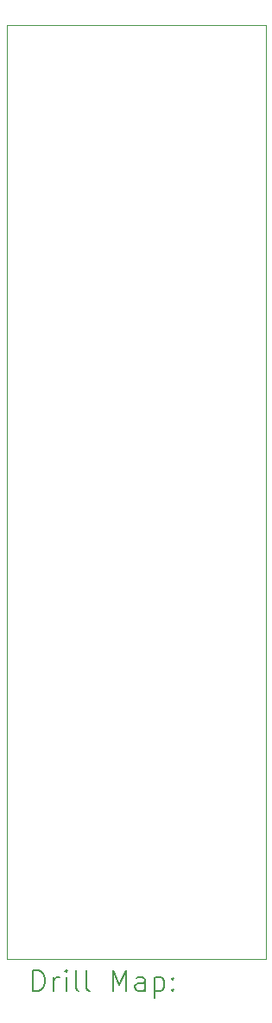
<source format=gbr>
%TF.GenerationSoftware,KiCad,Pcbnew,9.0.6*%
%TF.CreationDate,2026-01-02T14:08:46-06:00*%
%TF.ProjectId,QFN-68_8x8,51464e2d-3638-45f3-9878-382e6b696361,rev?*%
%TF.SameCoordinates,Original*%
%TF.FileFunction,Drillmap*%
%TF.FilePolarity,Positive*%
%FSLAX45Y45*%
G04 Gerber Fmt 4.5, Leading zero omitted, Abs format (unit mm)*
G04 Created by KiCad (PCBNEW 9.0.6) date 2026-01-02 14:08:46*
%MOMM*%
%LPD*%
G01*
G04 APERTURE LIST*
%ADD10C,0.050000*%
%ADD11C,0.200000*%
G04 APERTURE END LIST*
D10*
X12573000Y-7493000D02*
X15113000Y-7493000D01*
X15113000Y-16637000D01*
X12573000Y-16637000D01*
X12573000Y-7493000D01*
D11*
X12831277Y-16950984D02*
X12831277Y-16750984D01*
X12831277Y-16750984D02*
X12878896Y-16750984D01*
X12878896Y-16750984D02*
X12907467Y-16760508D01*
X12907467Y-16760508D02*
X12926515Y-16779555D01*
X12926515Y-16779555D02*
X12936039Y-16798603D01*
X12936039Y-16798603D02*
X12945562Y-16836698D01*
X12945562Y-16836698D02*
X12945562Y-16865270D01*
X12945562Y-16865270D02*
X12936039Y-16903365D01*
X12936039Y-16903365D02*
X12926515Y-16922412D01*
X12926515Y-16922412D02*
X12907467Y-16941460D01*
X12907467Y-16941460D02*
X12878896Y-16950984D01*
X12878896Y-16950984D02*
X12831277Y-16950984D01*
X13031277Y-16950984D02*
X13031277Y-16817650D01*
X13031277Y-16855746D02*
X13040801Y-16836698D01*
X13040801Y-16836698D02*
X13050324Y-16827174D01*
X13050324Y-16827174D02*
X13069372Y-16817650D01*
X13069372Y-16817650D02*
X13088420Y-16817650D01*
X13155086Y-16950984D02*
X13155086Y-16817650D01*
X13155086Y-16750984D02*
X13145562Y-16760508D01*
X13145562Y-16760508D02*
X13155086Y-16770031D01*
X13155086Y-16770031D02*
X13164610Y-16760508D01*
X13164610Y-16760508D02*
X13155086Y-16750984D01*
X13155086Y-16750984D02*
X13155086Y-16770031D01*
X13278896Y-16950984D02*
X13259848Y-16941460D01*
X13259848Y-16941460D02*
X13250324Y-16922412D01*
X13250324Y-16922412D02*
X13250324Y-16750984D01*
X13383658Y-16950984D02*
X13364610Y-16941460D01*
X13364610Y-16941460D02*
X13355086Y-16922412D01*
X13355086Y-16922412D02*
X13355086Y-16750984D01*
X13612229Y-16950984D02*
X13612229Y-16750984D01*
X13612229Y-16750984D02*
X13678896Y-16893841D01*
X13678896Y-16893841D02*
X13745562Y-16750984D01*
X13745562Y-16750984D02*
X13745562Y-16950984D01*
X13926515Y-16950984D02*
X13926515Y-16846222D01*
X13926515Y-16846222D02*
X13916991Y-16827174D01*
X13916991Y-16827174D02*
X13897943Y-16817650D01*
X13897943Y-16817650D02*
X13859848Y-16817650D01*
X13859848Y-16817650D02*
X13840801Y-16827174D01*
X13926515Y-16941460D02*
X13907467Y-16950984D01*
X13907467Y-16950984D02*
X13859848Y-16950984D01*
X13859848Y-16950984D02*
X13840801Y-16941460D01*
X13840801Y-16941460D02*
X13831277Y-16922412D01*
X13831277Y-16922412D02*
X13831277Y-16903365D01*
X13831277Y-16903365D02*
X13840801Y-16884317D01*
X13840801Y-16884317D02*
X13859848Y-16874793D01*
X13859848Y-16874793D02*
X13907467Y-16874793D01*
X13907467Y-16874793D02*
X13926515Y-16865270D01*
X14021753Y-16817650D02*
X14021753Y-17017650D01*
X14021753Y-16827174D02*
X14040801Y-16817650D01*
X14040801Y-16817650D02*
X14078896Y-16817650D01*
X14078896Y-16817650D02*
X14097943Y-16827174D01*
X14097943Y-16827174D02*
X14107467Y-16836698D01*
X14107467Y-16836698D02*
X14116991Y-16855746D01*
X14116991Y-16855746D02*
X14116991Y-16912889D01*
X14116991Y-16912889D02*
X14107467Y-16931936D01*
X14107467Y-16931936D02*
X14097943Y-16941460D01*
X14097943Y-16941460D02*
X14078896Y-16950984D01*
X14078896Y-16950984D02*
X14040801Y-16950984D01*
X14040801Y-16950984D02*
X14021753Y-16941460D01*
X14202705Y-16931936D02*
X14212229Y-16941460D01*
X14212229Y-16941460D02*
X14202705Y-16950984D01*
X14202705Y-16950984D02*
X14193182Y-16941460D01*
X14193182Y-16941460D02*
X14202705Y-16931936D01*
X14202705Y-16931936D02*
X14202705Y-16950984D01*
X14202705Y-16827174D02*
X14212229Y-16836698D01*
X14212229Y-16836698D02*
X14202705Y-16846222D01*
X14202705Y-16846222D02*
X14193182Y-16836698D01*
X14193182Y-16836698D02*
X14202705Y-16827174D01*
X14202705Y-16827174D02*
X14202705Y-16846222D01*
M02*

</source>
